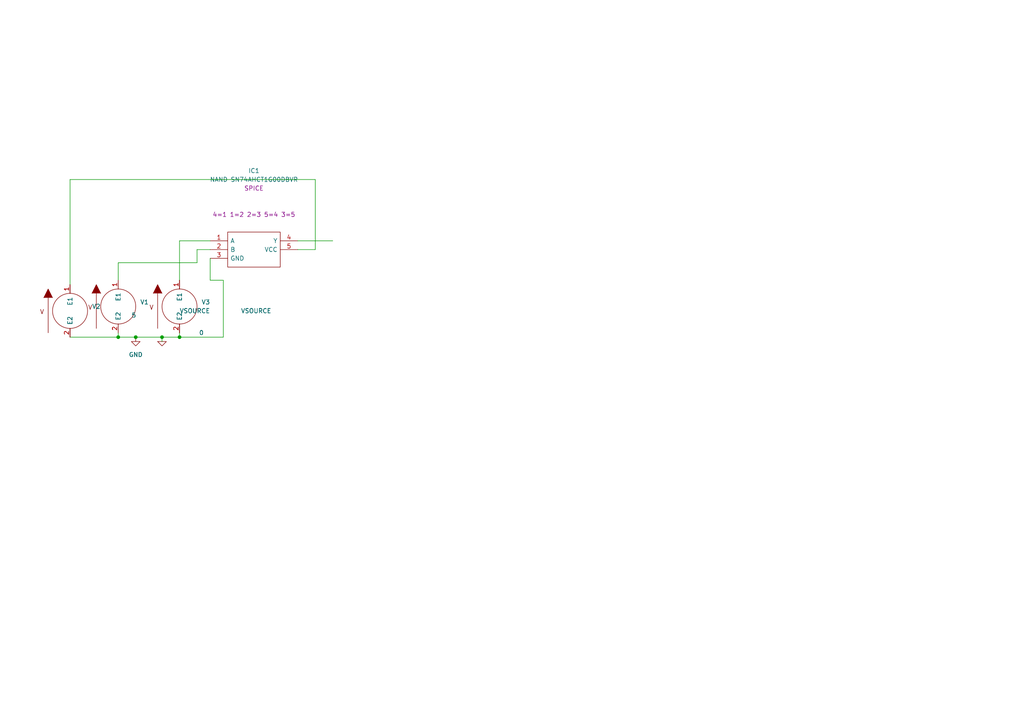
<source format=kicad_sch>
(kicad_sch (version 20211123) (generator eeschema)
  (paper "A4")
  (lib_symbols
    (symbol "EPSA_Lib:NAND SN74AHCT1G00DBVR" (pin_names (offset 0.762))
      (property "Reference" "IC" (at 21.59 7.62 0))
      (property "Value" "NAND SN74AHCT1G00DBVR" (at 21.59 5.08 0))
      (property "Spice_Primitive" "X" (at 21.59 7.62 0))
      (property "Spice_Model" "SN74AHCT1G00" (at 21.59 7.62 0))
      (property "Spice_Netlist_Enabled" "Y" (at 21.59 7.62 0))
      (property "Spice_Node_Sequence" "4,1,2,5,3" (at 21.59 7.62 0))
      (property "Spice_Lib_File" "NAND\\SN74AHCT1G00.lib" (at 21.59 7.62 0))
      (symbol "NAND SN74AHCT1G00DBVR_0_0"
        (pin passive line (at 0 0 0) (length 5.08) (name "A") (number "1"))
        (pin passive line (at 0 -2.54 0) (length 5.08) (name "B") (number "2"))
        (pin passive line (at 0 -5.08 0) (length 5.08) (name "GND") (number "3"))
        (pin passive line (at 25.4 0 180) (length 5.08) (name "Y") (number "4"))
        (pin passive line (at 25.4 -2.54 180) (length 5.08) (name "VCC") (number "5"))
      )
      (symbol "NAND SN74AHCT1G00DBVR_0_1"
        (polyline (pts (xy 5.08 2.54) (xy 20.32 2.54) (xy 20.32 -7.62) (xy 5.08 -7.62) (xy 5.08 2.54)) (stroke (width 0.1524)))
      )
    )
    (symbol "power:GND" (power) (pin_names (offset 0))
      (property "Value" "GND" (at 0 -3.81 0))
      (symbol "GND_0_1"
        (polyline (pts (xy 0 0) (xy 0 -1.27) (xy 1.27 -1.27) (xy 0 -2.54) (xy -1.27 -1.27) (xy 0 -1.27)))
      )
      (symbol "GND_1_1"
        (pin power_in line (at 0 0 270) (length 0) hide (name "GND") (number "1"))
      )
    )
    (symbol "pspice:0" (power) (pin_names (offset 0))
      (property "Value" "0" (at 0 -1.778 0))
      (symbol "0_0_1"
        (polyline (pts (xy -1.27 0) (xy 0 -1.27) (xy 1.27 0) (xy -1.27 0)))
      )
      (symbol "0_1_1"
        (pin power_in line (at 0 0 0) (length 0) hide (name "0") (number "1"))
      )
    )
    (symbol "pspice:VSOURCE" (pin_names (offset 1.016))
      (property "Reference" "V" (at -6.35 7.62 0))
      (property "Value" "VSOURCE" (at 0 0 0))
      (symbol "VSOURCE_0_1"
        (polyline (pts (xy -6.35 -6.35) (xy -6.35 3.81)) (fill (type outline)))
        (polyline (pts (xy -7.62 3.81) (xy -6.35 6.35) (xy -5.08 3.81)) (fill (type outline)))
        (circle (center 0 0) (radius 5.08))
        (text "V" (at -8.128 -0.254 0) (effects (font (size 1.27 1.27))))
      )
      (symbol "VSOURCE_1_1"
        (pin input line (at 0 7.62 270) (length 2.54) (name "E1") (number "1"))
        (pin input line (at 0 -7.62 90) (length 2.54) (name "E2") (number "2"))
      )
    )
  )
  (junction (at 46.99 97.79))
  (junction (at 52.07 97.79))
  (junction (at 34.29 97.79))
  (junction (at 39.37 97.79))
  (wire (pts (xy 34.29 96.52) (xy 34.29 97.79)))
  (wire (pts (xy 46.99 97.79) (xy 52.07 97.79)))
  (wire (pts (xy 46.99 97.79) (xy 46.99 99.06)))
  (wire (pts (xy 52.07 81.28) (xy 52.07 69.85)))
  (wire (pts (xy 20.32 97.79) (xy 34.29 97.79)))
  (wire (pts (xy 34.29 97.79) (xy 39.37 97.79)))
  (wire (pts (xy 57.15 72.39) (xy 60.96 72.39)))
  (wire (pts (xy 34.29 76.2) (xy 34.29 81.28)))
  (wire (pts (xy 60.96 74.93) (xy 60.96 81.28)))
  (wire (pts (xy 52.07 69.85) (xy 60.96 69.85)))
  (wire (pts (xy 60.96 81.28) (xy 64.77 81.28)))
  (wire (pts (xy 86.36 69.85) (xy 96.52 69.85)))
  (wire (pts (xy 52.07 96.52) (xy 52.07 97.79)))
  (wire (pts (xy 91.44 72.39) (xy 91.44 52.07)))
  (wire (pts (xy 39.37 97.79) (xy 46.99 97.79)))
  (wire (pts (xy 20.32 82.55) (xy 20.32 52.07)))
  (wire (pts (xy 86.36 72.39) (xy 91.44 72.39)))
  (wire (pts (xy 52.07 97.79) (xy 64.77 97.79)))
  (wire (pts (xy 20.32 52.07) (xy 91.44 52.07)))
  (wire (pts (xy 57.15 76.2) (xy 57.15 72.39)))
  (wire (pts (xy 64.77 97.79) (xy 64.77 81.28)))
  (wire (pts (xy 34.29 76.2) (xy 57.15 76.2)))
  (symbol (lib_id "pspice:VSOURCE") (at 20.32 90.17 0) (unit 1)
    (property "Reference" "V2" (at 26.67 88.8999 0) (effects (justify left)))
    (property "Value" "VSOURCE" (at 38.1 91.4399 0) (effects (justify left)))
    (property "Spice_Primitive" "V" (effects hide))
    (property "Spice_Model" "dc 5" (effects hide))
    (property "Spice_Netlist_Enabled" "Y" (effects hide))
  )
  (symbol (lib_id "pspice:VSOURCE") (at 52.07 88.9 0) (unit 1)
    (property "Reference" "V3" (at 58.42 87.6299 0) (effects (justify left)))
    (property "Value" "VSOURCE" (at 69.85 90.1699 0) (effects (justify left)))
    (property "Spice_Primitive" "V" (effects hide))
    (property "Spice_Model" "dc 5 pulse(0 5 1 100m 100m 2 4)" (effects hide))
    (property "Spice_Netlist_Enabled" "Y" (effects hide))
  )
  (symbol (lib_id "pspice:0") (at 46.99 99.06 0) (unit 1)
    (property "Reference" "#GND01" (effects hide))
    (property "Value" "0" (at 58.42 96.52 0))
  )
  (symbol (lib_id "pspice:VSOURCE") (at 34.29 88.9 0) (unit 1)
    (property "Reference" "V1" (at 40.64 87.6299 0) (effects (justify left)))
    (property "Value" "VSOURCE" (at 52.07 90.1699 0) (effects (justify left)))
    (property "Spice_Primitive" "V" (effects hide))
    (property "Spice_Model" "dc 5 pulse(0 5 2 100m 100m 2 4)" (effects hide))
    (property "Spice_Netlist_Enabled" "Y" (effects hide))
  )
  (symbol (lib_id "EPSA_Lib:NAND SN74AHCT1G00DBVR") (at 60.96 69.85 0) (unit 1)
    (property "Reference" "IC1" (at 73.66 49.53 0))
    (property "Value" "NAND SN74AHCT1G00DBVR" (at 73.66 52.07 0))
    (property "Footprint" "SOT95P280X145-5N" (effects hide))
    (property "Datasheet" "http://www.ti.com/lit/gpn/sn74ahct1g00" (effects hide))
    (property "Description" "Single 2-Input Positive-NAND Gate" (effects hide))
    (property "Height" "1.45" (effects hide))
    (property "Manufacturer_Name" "Texas Instruments" (effects hide))
    (property "Manufacturer_Part_Number" "SN74AHCT1G00DBVR" (effects hide))
    (property "Mouser Part Number" "595-SN74AHCT1G00DBVR" (effects hide))
    (property "Mouser Price/Stock" "https://www.mouser.co.uk/ProductDetail/Texas-Instruments/SN74AHCT1G00DBVR?qs=w32V8uFkMxnwwXcMH%2F61Dg%3D%3D" (effects hide))
    (property "Arrow Part Number" "SN74AHCT1G00DBVR" (effects hide))
    (property "Arrow Price/Stock" "https://www.arrow.com/en/products/sn74ahct1g00dbvr/texas-instruments" (effects hide))
    (property "Spice_Primitive" "X" (at 73.66 54.61 0))
    (property "Spice_Model" "SN74AHCT1G00" (at 73.66 57.15 0))
    (property "Spice_Netlist_Enabled" "Y" (at 73.66 59.69 0))
    (property "Spice_Node_Sequence" "4,1,2,5,3" (at 73.66 62.23 0))
    (property "Spice_Lib_File" "NAND\\SN74AHCT1G00.lib" (at 73.66 64.77 0))
  )
  (symbol (lib_id "power:GND") (at 39.37 97.79 0) (unit 1)
    (property "Reference" "#PWR01" (effects hide))
    (property "Value" "GND" (at 39.37 102.87 0))
  )
)
</source>
